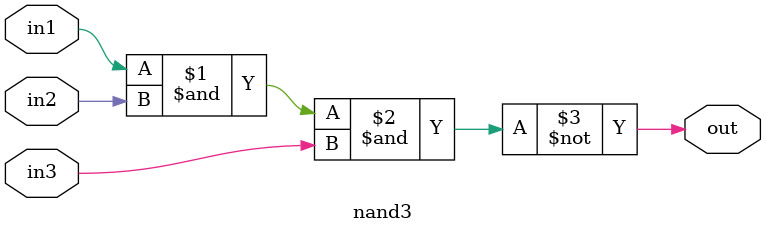
<source format=v>
module nand3 (in1,in2,in3,out);
   input in1,in2,in3;
   output out;
   assign out = ~(in1 & in2 & in3);
endmodule

</source>
